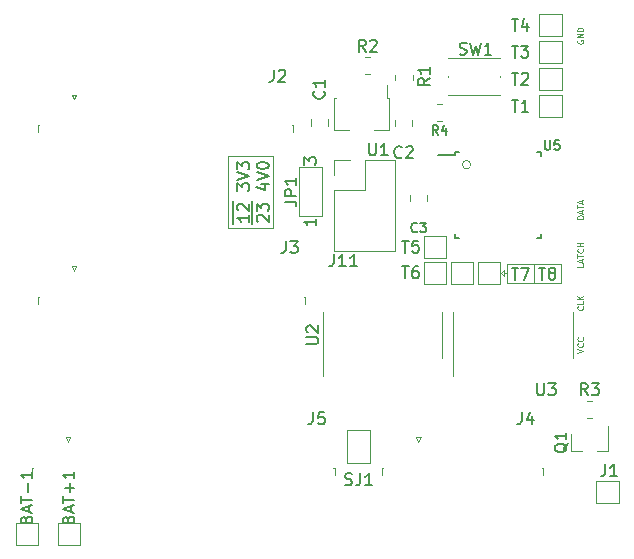
<source format=gbr>
%TF.GenerationSoftware,KiCad,Pcbnew,(5.1.8)-1*%
%TF.CreationDate,2021-04-06T00:10:20+02:00*%
%TF.ProjectId,GBAHD_Shield,47424148-445f-4536-9869-656c642e6b69,rev?*%
%TF.SameCoordinates,Original*%
%TF.FileFunction,Legend,Top*%
%TF.FilePolarity,Positive*%
%FSLAX46Y46*%
G04 Gerber Fmt 4.6, Leading zero omitted, Abs format (unit mm)*
G04 Created by KiCad (PCBNEW (5.1.8)-1) date 2021-04-06 00:10:20*
%MOMM*%
%LPD*%
G01*
G04 APERTURE LIST*
%ADD10C,0.120000*%
%ADD11C,0.150000*%
%ADD12C,0.125000*%
G04 APERTURE END LIST*
D10*
X62357000Y-51562000D02*
X58547000Y-51562000D01*
X62357000Y-45466000D02*
X62357000Y-51562000D01*
X58547000Y-45466000D02*
X62357000Y-45466000D01*
X58547000Y-51562000D02*
X58547000Y-45466000D01*
D11*
X58966000Y-51228285D02*
X58966000Y-50275904D01*
X60333380Y-50466380D02*
X60333380Y-51037809D01*
X60333380Y-50752095D02*
X59333380Y-50752095D01*
X59476238Y-50847333D01*
X59571476Y-50942571D01*
X59619095Y-51037809D01*
X58966000Y-50275904D02*
X58966000Y-49323523D01*
X59428619Y-50085428D02*
X59381000Y-50037809D01*
X59333380Y-49942571D01*
X59333380Y-49704476D01*
X59381000Y-49609238D01*
X59428619Y-49561619D01*
X59523857Y-49514000D01*
X59619095Y-49514000D01*
X59761952Y-49561619D01*
X60333380Y-50133047D01*
X60333380Y-49514000D01*
X59333380Y-48418761D02*
X59333380Y-47799714D01*
X59714333Y-48133047D01*
X59714333Y-47990190D01*
X59761952Y-47894952D01*
X59809571Y-47847333D01*
X59904809Y-47799714D01*
X60142904Y-47799714D01*
X60238142Y-47847333D01*
X60285761Y-47894952D01*
X60333380Y-47990190D01*
X60333380Y-48275904D01*
X60285761Y-48371142D01*
X60238142Y-48418761D01*
X59333380Y-47514000D02*
X60333380Y-47180666D01*
X59333380Y-46847333D01*
X59333380Y-46609238D02*
X59333380Y-45990190D01*
X59714333Y-46323523D01*
X59714333Y-46180666D01*
X59761952Y-46085428D01*
X59809571Y-46037809D01*
X59904809Y-45990190D01*
X60142904Y-45990190D01*
X60238142Y-46037809D01*
X60285761Y-46085428D01*
X60333380Y-46180666D01*
X60333380Y-46466380D01*
X60285761Y-46561619D01*
X60238142Y-46609238D01*
X60616000Y-51228285D02*
X60616000Y-50275904D01*
X61078619Y-51037809D02*
X61031000Y-50990190D01*
X60983380Y-50894952D01*
X60983380Y-50656857D01*
X61031000Y-50561619D01*
X61078619Y-50514000D01*
X61173857Y-50466380D01*
X61269095Y-50466380D01*
X61411952Y-50514000D01*
X61983380Y-51085428D01*
X61983380Y-50466380D01*
X60616000Y-50275904D02*
X60616000Y-49323523D01*
X60983380Y-50133047D02*
X60983380Y-49514000D01*
X61364333Y-49847333D01*
X61364333Y-49704476D01*
X61411952Y-49609238D01*
X61459571Y-49561619D01*
X61554809Y-49514000D01*
X61792904Y-49514000D01*
X61888142Y-49561619D01*
X61935761Y-49609238D01*
X61983380Y-49704476D01*
X61983380Y-49990190D01*
X61935761Y-50085428D01*
X61888142Y-50133047D01*
X61316714Y-47894952D02*
X61983380Y-47894952D01*
X60935761Y-48133047D02*
X61650047Y-48371142D01*
X61650047Y-47752095D01*
X60983380Y-47514000D02*
X61983380Y-47180666D01*
X60983380Y-46847333D01*
X60983380Y-46323523D02*
X60983380Y-46228285D01*
X61031000Y-46133047D01*
X61078619Y-46085428D01*
X61173857Y-46037809D01*
X61364333Y-45990190D01*
X61602428Y-45990190D01*
X61792904Y-46037809D01*
X61888142Y-46085428D01*
X61935761Y-46133047D01*
X61983380Y-46228285D01*
X61983380Y-46323523D01*
X61935761Y-46418761D01*
X61888142Y-46466380D01*
X61792904Y-46514000D01*
X61602428Y-46561619D01*
X61364333Y-46561619D01*
X61173857Y-46514000D01*
X61078619Y-46466380D01*
X61031000Y-46418761D01*
X60983380Y-46323523D01*
D10*
X81915000Y-55626000D02*
X81915000Y-55372000D01*
X81661000Y-55372000D02*
X81915000Y-55626000D01*
X81915000Y-55118000D02*
X81661000Y-55372000D01*
X81915000Y-55372000D02*
X81915000Y-55118000D01*
X82169000Y-55372000D02*
X81915000Y-55372000D01*
X84455000Y-56261000D02*
X84455000Y-54610000D01*
X86741000Y-54610000D02*
X82169000Y-54610000D01*
X86741000Y-56261000D02*
X86741000Y-54610000D01*
X82169000Y-56261000D02*
X86741000Y-56261000D01*
X82169000Y-54610000D02*
X82169000Y-56261000D01*
D12*
X88618190Y-54609904D02*
X88618190Y-54848000D01*
X88118190Y-54848000D01*
X88475333Y-54467047D02*
X88475333Y-54228952D01*
X88618190Y-54514666D02*
X88118190Y-54348000D01*
X88618190Y-54181333D01*
X88118190Y-54086095D02*
X88118190Y-53800380D01*
X88618190Y-53943238D02*
X88118190Y-53943238D01*
X88570571Y-53348000D02*
X88594380Y-53371809D01*
X88618190Y-53443238D01*
X88618190Y-53490857D01*
X88594380Y-53562285D01*
X88546761Y-53609904D01*
X88499142Y-53633714D01*
X88403904Y-53657523D01*
X88332476Y-53657523D01*
X88237238Y-53633714D01*
X88189619Y-53609904D01*
X88142000Y-53562285D01*
X88118190Y-53490857D01*
X88118190Y-53443238D01*
X88142000Y-53371809D01*
X88165809Y-53348000D01*
X88618190Y-53133714D02*
X88118190Y-53133714D01*
X88356285Y-53133714D02*
X88356285Y-52848000D01*
X88618190Y-52848000D02*
X88118190Y-52848000D01*
D10*
X79093553Y-46228000D02*
G75*
G03*
X79093553Y-46228000I-353553J0D01*
G01*
D12*
X88570571Y-58209619D02*
X88594380Y-58233428D01*
X88618190Y-58304857D01*
X88618190Y-58352476D01*
X88594380Y-58423904D01*
X88546761Y-58471523D01*
X88499142Y-58495333D01*
X88403904Y-58519142D01*
X88332476Y-58519142D01*
X88237238Y-58495333D01*
X88189619Y-58471523D01*
X88142000Y-58423904D01*
X88118190Y-58352476D01*
X88118190Y-58304857D01*
X88142000Y-58233428D01*
X88165809Y-58209619D01*
X88618190Y-57757238D02*
X88618190Y-57995333D01*
X88118190Y-57995333D01*
X88618190Y-57590571D02*
X88118190Y-57590571D01*
X88618190Y-57304857D02*
X88332476Y-57519142D01*
X88118190Y-57304857D02*
X88403904Y-57590571D01*
X88118190Y-62134666D02*
X88618190Y-61968000D01*
X88118190Y-61801333D01*
X88570571Y-61348952D02*
X88594380Y-61372761D01*
X88618190Y-61444190D01*
X88618190Y-61491809D01*
X88594380Y-61563238D01*
X88546761Y-61610857D01*
X88499142Y-61634666D01*
X88403904Y-61658476D01*
X88332476Y-61658476D01*
X88237238Y-61634666D01*
X88189619Y-61610857D01*
X88142000Y-61563238D01*
X88118190Y-61491809D01*
X88118190Y-61444190D01*
X88142000Y-61372761D01*
X88165809Y-61348952D01*
X88570571Y-60848952D02*
X88594380Y-60872761D01*
X88618190Y-60944190D01*
X88618190Y-60991809D01*
X88594380Y-61063238D01*
X88546761Y-61110857D01*
X88499142Y-61134666D01*
X88403904Y-61158476D01*
X88332476Y-61158476D01*
X88237238Y-61134666D01*
X88189619Y-61110857D01*
X88142000Y-61063238D01*
X88118190Y-60991809D01*
X88118190Y-60944190D01*
X88142000Y-60872761D01*
X88165809Y-60848952D01*
X88142000Y-35686952D02*
X88118190Y-35734571D01*
X88118190Y-35806000D01*
X88142000Y-35877428D01*
X88189619Y-35925047D01*
X88237238Y-35948857D01*
X88332476Y-35972666D01*
X88403904Y-35972666D01*
X88499142Y-35948857D01*
X88546761Y-35925047D01*
X88594380Y-35877428D01*
X88618190Y-35806000D01*
X88618190Y-35758380D01*
X88594380Y-35686952D01*
X88570571Y-35663142D01*
X88403904Y-35663142D01*
X88403904Y-35758380D01*
X88618190Y-35448857D02*
X88118190Y-35448857D01*
X88618190Y-35163142D01*
X88118190Y-35163142D01*
X88618190Y-34925047D02*
X88118190Y-34925047D01*
X88118190Y-34806000D01*
X88142000Y-34734571D01*
X88189619Y-34686952D01*
X88237238Y-34663142D01*
X88332476Y-34639333D01*
X88403904Y-34639333D01*
X88499142Y-34663142D01*
X88546761Y-34686952D01*
X88594380Y-34734571D01*
X88618190Y-34806000D01*
X88618190Y-34925047D01*
X88618190Y-50788000D02*
X88118190Y-50788000D01*
X88118190Y-50668952D01*
X88142000Y-50597523D01*
X88189619Y-50549904D01*
X88237238Y-50526095D01*
X88332476Y-50502285D01*
X88403904Y-50502285D01*
X88499142Y-50526095D01*
X88546761Y-50549904D01*
X88594380Y-50597523D01*
X88618190Y-50668952D01*
X88618190Y-50788000D01*
X88475333Y-50311809D02*
X88475333Y-50073714D01*
X88618190Y-50359428D02*
X88118190Y-50192761D01*
X88618190Y-50026095D01*
X88118190Y-49930857D02*
X88118190Y-49645142D01*
X88618190Y-49788000D02*
X88118190Y-49788000D01*
X88475333Y-49502285D02*
X88475333Y-49264190D01*
X88618190Y-49549904D02*
X88118190Y-49383238D01*
X88618190Y-49216571D01*
D10*
%TO.C,BAT-1*%
X40579000Y-78420000D02*
X40579000Y-76520000D01*
X42479000Y-78420000D02*
X40579000Y-78420000D01*
X42479000Y-76520000D02*
X42479000Y-78420000D01*
X40579000Y-76520000D02*
X42479000Y-76520000D01*
%TO.C,BAT+1*%
X44135000Y-78420000D02*
X44135000Y-76520000D01*
X46035000Y-78420000D02*
X44135000Y-78420000D01*
X46035000Y-76520000D02*
X46035000Y-78420000D01*
X44135000Y-76520000D02*
X46035000Y-76520000D01*
%TO.C,SW1*%
X81575000Y-38723000D02*
X81575000Y-38823000D01*
X77175000Y-40323000D02*
X81575000Y-40323000D01*
X81575000Y-37223000D02*
X77175000Y-37223000D01*
X77175000Y-38723000D02*
X77175000Y-38823000D01*
%TO.C,R4*%
X76210936Y-42518000D02*
X76665064Y-42518000D01*
X76210936Y-41048000D02*
X76665064Y-41048000D01*
%TO.C,U1*%
X67490000Y-40596000D02*
X67720000Y-40596000D01*
X72210000Y-40596000D02*
X71980000Y-40596000D01*
X72210000Y-40596000D02*
X72210000Y-43316000D01*
X72210000Y-43316000D02*
X70900000Y-43316000D01*
X71980000Y-39456000D02*
X71980000Y-40596000D01*
X67490000Y-43316000D02*
X67490000Y-40596000D01*
X68800000Y-43316000D02*
X67490000Y-43316000D01*
%TO.C,R1*%
X74173000Y-39073064D02*
X74173000Y-38618936D01*
X72703000Y-39073064D02*
X72703000Y-38618936D01*
%TO.C,C1*%
X67029000Y-42911752D02*
X67029000Y-42389248D01*
X65559000Y-42911752D02*
X65559000Y-42389248D01*
%TO.C,JP1*%
X64532000Y-50534000D02*
X64532000Y-46434000D01*
X64532000Y-46434000D02*
X66532000Y-46434000D01*
X66532000Y-46434000D02*
X66532000Y-50534000D01*
X66532000Y-50534000D02*
X64532000Y-50534000D01*
%TO.C,R2*%
X70569064Y-37111000D02*
X70114936Y-37111000D01*
X70569064Y-38581000D02*
X70114936Y-38581000D01*
%TO.C,SJ1*%
X68596000Y-68719000D02*
X70596000Y-68719000D01*
X68596000Y-71519000D02*
X68596000Y-68719000D01*
X70596000Y-71519000D02*
X68596000Y-71519000D01*
X70596000Y-68719000D02*
X70596000Y-71519000D01*
%TO.C,J4*%
X71705000Y-71890000D02*
X71595000Y-71890000D01*
X71595000Y-71890000D02*
X71595000Y-72490000D01*
X85135000Y-71890000D02*
X85245000Y-71890000D01*
X85245000Y-71890000D02*
X85245000Y-72490000D01*
X74470000Y-69300000D02*
X74670000Y-69700000D01*
X74670000Y-69700000D02*
X74870000Y-69300000D01*
X74870000Y-69300000D02*
X74470000Y-69300000D01*
%TO.C,T3*%
X84902000Y-37653000D02*
X84902000Y-35753000D01*
X86802000Y-37653000D02*
X84902000Y-37653000D01*
X86802000Y-35753000D02*
X86802000Y-37653000D01*
X84902000Y-35753000D02*
X86802000Y-35753000D01*
%TO.C,T1*%
X84902000Y-42225000D02*
X84902000Y-40325000D01*
X86802000Y-42225000D02*
X84902000Y-42225000D01*
X86802000Y-40325000D02*
X86802000Y-42225000D01*
X84902000Y-40325000D02*
X86802000Y-40325000D01*
%TO.C,T2*%
X84902000Y-39939000D02*
X84902000Y-38039000D01*
X86802000Y-39939000D02*
X84902000Y-39939000D01*
X86802000Y-38039000D02*
X86802000Y-39939000D01*
X84902000Y-38039000D02*
X86802000Y-38039000D01*
%TO.C,T4*%
X84902000Y-35367000D02*
X84902000Y-33467000D01*
X86802000Y-35367000D02*
X84902000Y-35367000D01*
X86802000Y-33467000D02*
X86802000Y-35367000D01*
X84902000Y-33467000D02*
X86802000Y-33467000D01*
%TO.C,T8*%
X79695000Y-56322000D02*
X79695000Y-54422000D01*
X81595000Y-56322000D02*
X79695000Y-56322000D01*
X81595000Y-54422000D02*
X81595000Y-56322000D01*
X79695000Y-54422000D02*
X81595000Y-54422000D01*
%TO.C,T7*%
X77409000Y-56322000D02*
X77409000Y-54422000D01*
X79309000Y-56322000D02*
X77409000Y-56322000D01*
X79309000Y-54422000D02*
X79309000Y-56322000D01*
X77409000Y-54422000D02*
X79309000Y-54422000D01*
%TO.C,T6*%
X75123000Y-56322000D02*
X75123000Y-54422000D01*
X77023000Y-56322000D02*
X75123000Y-56322000D01*
X77023000Y-54422000D02*
X77023000Y-56322000D01*
X75123000Y-54422000D02*
X77023000Y-54422000D01*
%TO.C,T5*%
X75123000Y-54163000D02*
X75123000Y-52263000D01*
X77023000Y-54163000D02*
X75123000Y-54163000D01*
X77023000Y-52263000D02*
X77023000Y-54163000D01*
X75123000Y-52263000D02*
X77023000Y-52263000D01*
D11*
%TO.C,U5*%
X77775000Y-45400000D02*
X76350000Y-45400000D01*
X85025000Y-45175000D02*
X84700000Y-45175000D01*
X85025000Y-52425000D02*
X84700000Y-52425000D01*
X77775000Y-52425000D02*
X78100000Y-52425000D01*
X77775000Y-45175000D02*
X78100000Y-45175000D01*
X77775000Y-52425000D02*
X77775000Y-52100000D01*
X85025000Y-52425000D02*
X85025000Y-52100000D01*
X85025000Y-45175000D02*
X85025000Y-45500000D01*
X77775000Y-45175000D02*
X77775000Y-45400000D01*
D10*
%TO.C,J5*%
X42035000Y-71890000D02*
X41925000Y-71890000D01*
X41925000Y-71890000D02*
X41925000Y-72490000D01*
X67465000Y-71890000D02*
X67575000Y-71890000D01*
X67575000Y-71890000D02*
X67575000Y-72490000D01*
X44800000Y-69300000D02*
X45000000Y-69700000D01*
X45000000Y-69700000D02*
X45200000Y-69300000D01*
X45200000Y-69300000D02*
X44800000Y-69300000D01*
%TO.C,C3*%
X75411000Y-49304752D02*
X75411000Y-48782248D01*
X73941000Y-49304752D02*
X73941000Y-48782248D01*
%TO.C,Q1*%
X87574000Y-70483000D02*
X88504000Y-70483000D01*
X90734000Y-70483000D02*
X89804000Y-70483000D01*
X90734000Y-70483000D02*
X90734000Y-68323000D01*
X87574000Y-70483000D02*
X87574000Y-69023000D01*
%TO.C,R3*%
X89397064Y-67664000D02*
X88942936Y-67664000D01*
X89397064Y-66194000D02*
X88942936Y-66194000D01*
%TO.C,J3*%
X45700000Y-54800000D02*
X45300000Y-54800000D01*
X45500000Y-55200000D02*
X45700000Y-54800000D01*
X45300000Y-54800000D02*
X45500000Y-55200000D01*
X65075000Y-57390000D02*
X65075000Y-57990000D01*
X64965000Y-57390000D02*
X65075000Y-57390000D01*
X42425000Y-57390000D02*
X42425000Y-57990000D01*
X42535000Y-57390000D02*
X42425000Y-57390000D01*
%TO.C,J1*%
X91628000Y-72964000D02*
X91628000Y-74864000D01*
X89728000Y-72964000D02*
X91628000Y-72964000D01*
X89728000Y-74864000D02*
X89728000Y-72964000D01*
X91628000Y-74864000D02*
X89728000Y-74864000D01*
%TO.C,J11*%
X67504000Y-45787000D02*
X68834000Y-45787000D01*
X67504000Y-47117000D02*
X67504000Y-45787000D01*
X70104000Y-45787000D02*
X72704000Y-45787000D01*
X70104000Y-48387000D02*
X70104000Y-45787000D01*
X67504000Y-48387000D02*
X70104000Y-48387000D01*
X72704000Y-45787000D02*
X72704000Y-53527000D01*
X67504000Y-48387000D02*
X67504000Y-53527000D01*
X67504000Y-53527000D02*
X72704000Y-53527000D01*
%TO.C,C2*%
X74141000Y-42954752D02*
X74141000Y-42432248D01*
X72671000Y-42954752D02*
X72671000Y-42432248D01*
%TO.C,J2*%
X42535000Y-42890000D02*
X42425000Y-42890000D01*
X42425000Y-42890000D02*
X42425000Y-43490000D01*
X63965000Y-42890000D02*
X64075000Y-42890000D01*
X64075000Y-42890000D02*
X64075000Y-43490000D01*
X45300000Y-40300000D02*
X45500000Y-40700000D01*
X45500000Y-40700000D02*
X45700000Y-40300000D01*
X45700000Y-40300000D02*
X45300000Y-40300000D01*
%TO.C,U2*%
X76688000Y-60641000D02*
X76688000Y-58691000D01*
X76688000Y-60641000D02*
X76688000Y-62591000D01*
X66568000Y-60641000D02*
X66568000Y-58691000D01*
X66568000Y-60641000D02*
X66568000Y-64091000D01*
%TO.C,U3*%
X87737000Y-60641000D02*
X87737000Y-58691000D01*
X87737000Y-60641000D02*
X87737000Y-62591000D01*
X77617000Y-60641000D02*
X77617000Y-58691000D01*
X77617000Y-60641000D02*
X77617000Y-64091000D01*
%TO.C,BAT-1*%
D11*
X41457571Y-76255333D02*
X41505190Y-76112476D01*
X41552809Y-76064857D01*
X41648047Y-76017238D01*
X41790904Y-76017238D01*
X41886142Y-76064857D01*
X41933761Y-76112476D01*
X41981380Y-76207714D01*
X41981380Y-76588666D01*
X40981380Y-76588666D01*
X40981380Y-76255333D01*
X41029000Y-76160095D01*
X41076619Y-76112476D01*
X41171857Y-76064857D01*
X41267095Y-76064857D01*
X41362333Y-76112476D01*
X41409952Y-76160095D01*
X41457571Y-76255333D01*
X41457571Y-76588666D01*
X41695666Y-75636285D02*
X41695666Y-75160095D01*
X41981380Y-75731523D02*
X40981380Y-75398190D01*
X41981380Y-75064857D01*
X40981380Y-74874380D02*
X40981380Y-74302952D01*
X41981380Y-74588666D02*
X40981380Y-74588666D01*
X41600428Y-73969619D02*
X41600428Y-73207714D01*
X41981380Y-72207714D02*
X41981380Y-72779142D01*
X41981380Y-72493428D02*
X40981380Y-72493428D01*
X41124238Y-72588666D01*
X41219476Y-72683904D01*
X41267095Y-72779142D01*
%TO.C,BAT+1*%
X45013571Y-76255333D02*
X45061190Y-76112476D01*
X45108809Y-76064857D01*
X45204047Y-76017238D01*
X45346904Y-76017238D01*
X45442142Y-76064857D01*
X45489761Y-76112476D01*
X45537380Y-76207714D01*
X45537380Y-76588666D01*
X44537380Y-76588666D01*
X44537380Y-76255333D01*
X44585000Y-76160095D01*
X44632619Y-76112476D01*
X44727857Y-76064857D01*
X44823095Y-76064857D01*
X44918333Y-76112476D01*
X44965952Y-76160095D01*
X45013571Y-76255333D01*
X45013571Y-76588666D01*
X45251666Y-75636285D02*
X45251666Y-75160095D01*
X45537380Y-75731523D02*
X44537380Y-75398190D01*
X45537380Y-75064857D01*
X44537380Y-74874380D02*
X44537380Y-74302952D01*
X45537380Y-74588666D02*
X44537380Y-74588666D01*
X45156428Y-73969619D02*
X45156428Y-73207714D01*
X45537380Y-73588666D02*
X44775476Y-73588666D01*
X45537380Y-72207714D02*
X45537380Y-72779142D01*
X45537380Y-72493428D02*
X44537380Y-72493428D01*
X44680238Y-72588666D01*
X44775476Y-72683904D01*
X44823095Y-72779142D01*
%TO.C,SW1*%
X78168666Y-36853761D02*
X78311523Y-36901380D01*
X78549619Y-36901380D01*
X78644857Y-36853761D01*
X78692476Y-36806142D01*
X78740095Y-36710904D01*
X78740095Y-36615666D01*
X78692476Y-36520428D01*
X78644857Y-36472809D01*
X78549619Y-36425190D01*
X78359142Y-36377571D01*
X78263904Y-36329952D01*
X78216285Y-36282333D01*
X78168666Y-36187095D01*
X78168666Y-36091857D01*
X78216285Y-35996619D01*
X78263904Y-35949000D01*
X78359142Y-35901380D01*
X78597238Y-35901380D01*
X78740095Y-35949000D01*
X79073428Y-35901380D02*
X79311523Y-36901380D01*
X79502000Y-36187095D01*
X79692476Y-36901380D01*
X79930571Y-35901380D01*
X80835333Y-36901380D02*
X80263904Y-36901380D01*
X80549619Y-36901380D02*
X80549619Y-35901380D01*
X80454380Y-36044238D01*
X80359142Y-36139476D01*
X80263904Y-36187095D01*
%TO.C,R4*%
X76320666Y-43668904D02*
X76054000Y-43287952D01*
X75863523Y-43668904D02*
X75863523Y-42868904D01*
X76168285Y-42868904D01*
X76244476Y-42907000D01*
X76282571Y-42945095D01*
X76320666Y-43021285D01*
X76320666Y-43135571D01*
X76282571Y-43211761D01*
X76244476Y-43249857D01*
X76168285Y-43287952D01*
X75863523Y-43287952D01*
X77006380Y-43135571D02*
X77006380Y-43668904D01*
X76815904Y-42830809D02*
X76625428Y-43402238D01*
X77120666Y-43402238D01*
%TO.C,U1*%
X70485095Y-44410380D02*
X70485095Y-45219904D01*
X70532714Y-45315142D01*
X70580333Y-45362761D01*
X70675571Y-45410380D01*
X70866047Y-45410380D01*
X70961285Y-45362761D01*
X71008904Y-45315142D01*
X71056523Y-45219904D01*
X71056523Y-44410380D01*
X72056523Y-45410380D02*
X71485095Y-45410380D01*
X71770809Y-45410380D02*
X71770809Y-44410380D01*
X71675571Y-44553238D01*
X71580333Y-44648476D01*
X71485095Y-44696095D01*
%TO.C,R1*%
X75636380Y-38901666D02*
X75160190Y-39235000D01*
X75636380Y-39473095D02*
X74636380Y-39473095D01*
X74636380Y-39092142D01*
X74684000Y-38996904D01*
X74731619Y-38949285D01*
X74826857Y-38901666D01*
X74969714Y-38901666D01*
X75064952Y-38949285D01*
X75112571Y-38996904D01*
X75160190Y-39092142D01*
X75160190Y-39473095D01*
X75636380Y-37949285D02*
X75636380Y-38520714D01*
X75636380Y-38235000D02*
X74636380Y-38235000D01*
X74779238Y-38330238D01*
X74874476Y-38425476D01*
X74922095Y-38520714D01*
%TO.C,C1*%
X66651142Y-40001666D02*
X66698761Y-40049285D01*
X66746380Y-40192142D01*
X66746380Y-40287380D01*
X66698761Y-40430238D01*
X66603523Y-40525476D01*
X66508285Y-40573095D01*
X66317809Y-40620714D01*
X66174952Y-40620714D01*
X65984476Y-40573095D01*
X65889238Y-40525476D01*
X65794000Y-40430238D01*
X65746380Y-40287380D01*
X65746380Y-40192142D01*
X65794000Y-40049285D01*
X65841619Y-40001666D01*
X66746380Y-39049285D02*
X66746380Y-39620714D01*
X66746380Y-39335000D02*
X65746380Y-39335000D01*
X65889238Y-39430238D01*
X65984476Y-39525476D01*
X66032095Y-39620714D01*
%TO.C,JP1*%
X63333380Y-49347333D02*
X64047666Y-49347333D01*
X64190523Y-49394952D01*
X64285761Y-49490190D01*
X64333380Y-49633047D01*
X64333380Y-49728285D01*
X64333380Y-48871142D02*
X63333380Y-48871142D01*
X63333380Y-48490190D01*
X63381000Y-48394952D01*
X63428619Y-48347333D01*
X63523857Y-48299714D01*
X63666714Y-48299714D01*
X63761952Y-48347333D01*
X63809571Y-48394952D01*
X63857190Y-48490190D01*
X63857190Y-48871142D01*
X64333380Y-47347333D02*
X64333380Y-47918761D01*
X64333380Y-47633047D02*
X63333380Y-47633047D01*
X63476238Y-47728285D01*
X63571476Y-47823523D01*
X63619095Y-47918761D01*
X65984380Y-50798285D02*
X65984380Y-51369714D01*
X65984380Y-51084000D02*
X64984380Y-51084000D01*
X65127238Y-51179238D01*
X65222476Y-51274476D01*
X65270095Y-51369714D01*
X64984380Y-46217333D02*
X64984380Y-45598285D01*
X65365333Y-45931619D01*
X65365333Y-45788761D01*
X65412952Y-45693523D01*
X65460571Y-45645904D01*
X65555809Y-45598285D01*
X65793904Y-45598285D01*
X65889142Y-45645904D01*
X65936761Y-45693523D01*
X65984380Y-45788761D01*
X65984380Y-46074476D01*
X65936761Y-46169714D01*
X65889142Y-46217333D01*
%TO.C,R2*%
X70191333Y-36647380D02*
X69858000Y-36171190D01*
X69619904Y-36647380D02*
X69619904Y-35647380D01*
X70000857Y-35647380D01*
X70096095Y-35695000D01*
X70143714Y-35742619D01*
X70191333Y-35837857D01*
X70191333Y-35980714D01*
X70143714Y-36075952D01*
X70096095Y-36123571D01*
X70000857Y-36171190D01*
X69619904Y-36171190D01*
X70572285Y-35742619D02*
X70619904Y-35695000D01*
X70715142Y-35647380D01*
X70953238Y-35647380D01*
X71048476Y-35695000D01*
X71096095Y-35742619D01*
X71143714Y-35837857D01*
X71143714Y-35933095D01*
X71096095Y-36075952D01*
X70524666Y-36647380D01*
X71143714Y-36647380D01*
%TO.C,SJ1*%
X68453142Y-73302761D02*
X68596000Y-73350380D01*
X68834095Y-73350380D01*
X68929333Y-73302761D01*
X68976952Y-73255142D01*
X69024571Y-73159904D01*
X69024571Y-73064666D01*
X68976952Y-72969428D01*
X68929333Y-72921809D01*
X68834095Y-72874190D01*
X68643619Y-72826571D01*
X68548380Y-72778952D01*
X68500761Y-72731333D01*
X68453142Y-72636095D01*
X68453142Y-72540857D01*
X68500761Y-72445619D01*
X68548380Y-72398000D01*
X68643619Y-72350380D01*
X68881714Y-72350380D01*
X69024571Y-72398000D01*
X69738857Y-72350380D02*
X69738857Y-73064666D01*
X69691238Y-73207523D01*
X69596000Y-73302761D01*
X69453142Y-73350380D01*
X69357904Y-73350380D01*
X70738857Y-73350380D02*
X70167428Y-73350380D01*
X70453142Y-73350380D02*
X70453142Y-72350380D01*
X70357904Y-72493238D01*
X70262666Y-72588476D01*
X70167428Y-72636095D01*
%TO.C,J4*%
X83406666Y-67190380D02*
X83406666Y-67904666D01*
X83359047Y-68047523D01*
X83263809Y-68142761D01*
X83120952Y-68190380D01*
X83025714Y-68190380D01*
X84311428Y-67523714D02*
X84311428Y-68190380D01*
X84073333Y-67142761D02*
X83835238Y-67857047D01*
X84454285Y-67857047D01*
%TO.C,T3*%
X82550095Y-36155380D02*
X83121523Y-36155380D01*
X82835809Y-37155380D02*
X82835809Y-36155380D01*
X83359619Y-36155380D02*
X83978666Y-36155380D01*
X83645333Y-36536333D01*
X83788190Y-36536333D01*
X83883428Y-36583952D01*
X83931047Y-36631571D01*
X83978666Y-36726809D01*
X83978666Y-36964904D01*
X83931047Y-37060142D01*
X83883428Y-37107761D01*
X83788190Y-37155380D01*
X83502476Y-37155380D01*
X83407238Y-37107761D01*
X83359619Y-37060142D01*
%TO.C,T1*%
X82550095Y-40727380D02*
X83121523Y-40727380D01*
X82835809Y-41727380D02*
X82835809Y-40727380D01*
X83978666Y-41727380D02*
X83407238Y-41727380D01*
X83692952Y-41727380D02*
X83692952Y-40727380D01*
X83597714Y-40870238D01*
X83502476Y-40965476D01*
X83407238Y-41013095D01*
%TO.C,T2*%
X82550095Y-38441380D02*
X83121523Y-38441380D01*
X82835809Y-39441380D02*
X82835809Y-38441380D01*
X83407238Y-38536619D02*
X83454857Y-38489000D01*
X83550095Y-38441380D01*
X83788190Y-38441380D01*
X83883428Y-38489000D01*
X83931047Y-38536619D01*
X83978666Y-38631857D01*
X83978666Y-38727095D01*
X83931047Y-38869952D01*
X83359619Y-39441380D01*
X83978666Y-39441380D01*
%TO.C,T4*%
X82550095Y-33869380D02*
X83121523Y-33869380D01*
X82835809Y-34869380D02*
X82835809Y-33869380D01*
X83883428Y-34202714D02*
X83883428Y-34869380D01*
X83645333Y-33821761D02*
X83407238Y-34536047D01*
X84026285Y-34536047D01*
%TO.C,T8*%
X84836095Y-54951380D02*
X85407523Y-54951380D01*
X85121809Y-55951380D02*
X85121809Y-54951380D01*
X85883714Y-55379952D02*
X85788476Y-55332333D01*
X85740857Y-55284714D01*
X85693238Y-55189476D01*
X85693238Y-55141857D01*
X85740857Y-55046619D01*
X85788476Y-54999000D01*
X85883714Y-54951380D01*
X86074190Y-54951380D01*
X86169428Y-54999000D01*
X86217047Y-55046619D01*
X86264666Y-55141857D01*
X86264666Y-55189476D01*
X86217047Y-55284714D01*
X86169428Y-55332333D01*
X86074190Y-55379952D01*
X85883714Y-55379952D01*
X85788476Y-55427571D01*
X85740857Y-55475190D01*
X85693238Y-55570428D01*
X85693238Y-55760904D01*
X85740857Y-55856142D01*
X85788476Y-55903761D01*
X85883714Y-55951380D01*
X86074190Y-55951380D01*
X86169428Y-55903761D01*
X86217047Y-55856142D01*
X86264666Y-55760904D01*
X86264666Y-55570428D01*
X86217047Y-55475190D01*
X86169428Y-55427571D01*
X86074190Y-55379952D01*
%TO.C,T7*%
X82550095Y-54951380D02*
X83121523Y-54951380D01*
X82835809Y-55951380D02*
X82835809Y-54951380D01*
X83359619Y-54951380D02*
X84026285Y-54951380D01*
X83597714Y-55951380D01*
%TO.C,T6*%
X73279095Y-54824380D02*
X73850523Y-54824380D01*
X73564809Y-55824380D02*
X73564809Y-54824380D01*
X74612428Y-54824380D02*
X74421952Y-54824380D01*
X74326714Y-54872000D01*
X74279095Y-54919619D01*
X74183857Y-55062476D01*
X74136238Y-55252952D01*
X74136238Y-55633904D01*
X74183857Y-55729142D01*
X74231476Y-55776761D01*
X74326714Y-55824380D01*
X74517190Y-55824380D01*
X74612428Y-55776761D01*
X74660047Y-55729142D01*
X74707666Y-55633904D01*
X74707666Y-55395809D01*
X74660047Y-55300571D01*
X74612428Y-55252952D01*
X74517190Y-55205333D01*
X74326714Y-55205333D01*
X74231476Y-55252952D01*
X74183857Y-55300571D01*
X74136238Y-55395809D01*
%TO.C,T5*%
X73279095Y-52665380D02*
X73850523Y-52665380D01*
X73564809Y-53665380D02*
X73564809Y-52665380D01*
X74660047Y-52665380D02*
X74183857Y-52665380D01*
X74136238Y-53141571D01*
X74183857Y-53093952D01*
X74279095Y-53046333D01*
X74517190Y-53046333D01*
X74612428Y-53093952D01*
X74660047Y-53141571D01*
X74707666Y-53236809D01*
X74707666Y-53474904D01*
X74660047Y-53570142D01*
X74612428Y-53617761D01*
X74517190Y-53665380D01*
X74279095Y-53665380D01*
X74183857Y-53617761D01*
X74136238Y-53570142D01*
%TO.C,U5*%
X85369476Y-44138904D02*
X85369476Y-44786523D01*
X85407571Y-44862714D01*
X85445666Y-44900809D01*
X85521857Y-44938904D01*
X85674238Y-44938904D01*
X85750428Y-44900809D01*
X85788523Y-44862714D01*
X85826619Y-44786523D01*
X85826619Y-44138904D01*
X86588523Y-44138904D02*
X86207571Y-44138904D01*
X86169476Y-44519857D01*
X86207571Y-44481761D01*
X86283761Y-44443666D01*
X86474238Y-44443666D01*
X86550428Y-44481761D01*
X86588523Y-44519857D01*
X86626619Y-44596047D01*
X86626619Y-44786523D01*
X86588523Y-44862714D01*
X86550428Y-44900809D01*
X86474238Y-44938904D01*
X86283761Y-44938904D01*
X86207571Y-44900809D01*
X86169476Y-44862714D01*
%TO.C,J5*%
X65732666Y-67190380D02*
X65732666Y-67904666D01*
X65685047Y-68047523D01*
X65589809Y-68142761D01*
X65446952Y-68190380D01*
X65351714Y-68190380D01*
X66685047Y-67190380D02*
X66208857Y-67190380D01*
X66161238Y-67666571D01*
X66208857Y-67618952D01*
X66304095Y-67571333D01*
X66542190Y-67571333D01*
X66637428Y-67618952D01*
X66685047Y-67666571D01*
X66732666Y-67761809D01*
X66732666Y-67999904D01*
X66685047Y-68095142D01*
X66637428Y-68142761D01*
X66542190Y-68190380D01*
X66304095Y-68190380D01*
X66208857Y-68142761D01*
X66161238Y-68095142D01*
%TO.C,C3*%
X74542666Y-51847714D02*
X74504571Y-51885809D01*
X74390285Y-51923904D01*
X74314095Y-51923904D01*
X74199809Y-51885809D01*
X74123619Y-51809619D01*
X74085523Y-51733428D01*
X74047428Y-51581047D01*
X74047428Y-51466761D01*
X74085523Y-51314380D01*
X74123619Y-51238190D01*
X74199809Y-51162000D01*
X74314095Y-51123904D01*
X74390285Y-51123904D01*
X74504571Y-51162000D01*
X74542666Y-51200095D01*
X74809333Y-51123904D02*
X75304571Y-51123904D01*
X75037904Y-51428666D01*
X75152190Y-51428666D01*
X75228380Y-51466761D01*
X75266476Y-51504857D01*
X75304571Y-51581047D01*
X75304571Y-51771523D01*
X75266476Y-51847714D01*
X75228380Y-51885809D01*
X75152190Y-51923904D01*
X74923619Y-51923904D01*
X74847428Y-51885809D01*
X74809333Y-51847714D01*
%TO.C,Q1*%
X87288619Y-69818238D02*
X87241000Y-69913476D01*
X87145761Y-70008714D01*
X87002904Y-70151571D01*
X86955285Y-70246809D01*
X86955285Y-70342047D01*
X87193380Y-70294428D02*
X87145761Y-70389666D01*
X87050523Y-70484904D01*
X86860047Y-70532523D01*
X86526714Y-70532523D01*
X86336238Y-70484904D01*
X86241000Y-70389666D01*
X86193380Y-70294428D01*
X86193380Y-70103952D01*
X86241000Y-70008714D01*
X86336238Y-69913476D01*
X86526714Y-69865857D01*
X86860047Y-69865857D01*
X87050523Y-69913476D01*
X87145761Y-70008714D01*
X87193380Y-70103952D01*
X87193380Y-70294428D01*
X87193380Y-68913476D02*
X87193380Y-69484904D01*
X87193380Y-69199190D02*
X86193380Y-69199190D01*
X86336238Y-69294428D01*
X86431476Y-69389666D01*
X86479095Y-69484904D01*
%TO.C,R3*%
X88987333Y-65730380D02*
X88654000Y-65254190D01*
X88415904Y-65730380D02*
X88415904Y-64730380D01*
X88796857Y-64730380D01*
X88892095Y-64778000D01*
X88939714Y-64825619D01*
X88987333Y-64920857D01*
X88987333Y-65063714D01*
X88939714Y-65158952D01*
X88892095Y-65206571D01*
X88796857Y-65254190D01*
X88415904Y-65254190D01*
X89320666Y-64730380D02*
X89939714Y-64730380D01*
X89606380Y-65111333D01*
X89749238Y-65111333D01*
X89844476Y-65158952D01*
X89892095Y-65206571D01*
X89939714Y-65301809D01*
X89939714Y-65539904D01*
X89892095Y-65635142D01*
X89844476Y-65682761D01*
X89749238Y-65730380D01*
X89463523Y-65730380D01*
X89368285Y-65682761D01*
X89320666Y-65635142D01*
%TO.C,J3*%
X63446666Y-52690380D02*
X63446666Y-53404666D01*
X63399047Y-53547523D01*
X63303809Y-53642761D01*
X63160952Y-53690380D01*
X63065714Y-53690380D01*
X63827619Y-52690380D02*
X64446666Y-52690380D01*
X64113333Y-53071333D01*
X64256190Y-53071333D01*
X64351428Y-53118952D01*
X64399047Y-53166571D01*
X64446666Y-53261809D01*
X64446666Y-53499904D01*
X64399047Y-53595142D01*
X64351428Y-53642761D01*
X64256190Y-53690380D01*
X63970476Y-53690380D01*
X63875238Y-53642761D01*
X63827619Y-53595142D01*
%TO.C,J1*%
X90471666Y-71588380D02*
X90471666Y-72302666D01*
X90424047Y-72445523D01*
X90328809Y-72540761D01*
X90185952Y-72588380D01*
X90090714Y-72588380D01*
X91471666Y-72588380D02*
X90900238Y-72588380D01*
X91185952Y-72588380D02*
X91185952Y-71588380D01*
X91090714Y-71731238D01*
X90995476Y-71826476D01*
X90900238Y-71874095D01*
%TO.C,J11*%
X67516476Y-53808380D02*
X67516476Y-54522666D01*
X67468857Y-54665523D01*
X67373619Y-54760761D01*
X67230761Y-54808380D01*
X67135523Y-54808380D01*
X68516476Y-54808380D02*
X67945047Y-54808380D01*
X68230761Y-54808380D02*
X68230761Y-53808380D01*
X68135523Y-53951238D01*
X68040285Y-54046476D01*
X67945047Y-54094095D01*
X69468857Y-54808380D02*
X68897428Y-54808380D01*
X69183142Y-54808380D02*
X69183142Y-53808380D01*
X69087904Y-53951238D01*
X68992666Y-54046476D01*
X68897428Y-54094095D01*
%TO.C,C2*%
X73239333Y-45569142D02*
X73191714Y-45616761D01*
X73048857Y-45664380D01*
X72953619Y-45664380D01*
X72810761Y-45616761D01*
X72715523Y-45521523D01*
X72667904Y-45426285D01*
X72620285Y-45235809D01*
X72620285Y-45092952D01*
X72667904Y-44902476D01*
X72715523Y-44807238D01*
X72810761Y-44712000D01*
X72953619Y-44664380D01*
X73048857Y-44664380D01*
X73191714Y-44712000D01*
X73239333Y-44759619D01*
X73620285Y-44759619D02*
X73667904Y-44712000D01*
X73763142Y-44664380D01*
X74001238Y-44664380D01*
X74096476Y-44712000D01*
X74144095Y-44759619D01*
X74191714Y-44854857D01*
X74191714Y-44950095D01*
X74144095Y-45092952D01*
X73572666Y-45664380D01*
X74191714Y-45664380D01*
%TO.C,J2*%
X62404666Y-38187380D02*
X62404666Y-38901666D01*
X62357047Y-39044523D01*
X62261809Y-39139761D01*
X62118952Y-39187380D01*
X62023714Y-39187380D01*
X62833238Y-38282619D02*
X62880857Y-38235000D01*
X62976095Y-38187380D01*
X63214190Y-38187380D01*
X63309428Y-38235000D01*
X63357047Y-38282619D01*
X63404666Y-38377857D01*
X63404666Y-38473095D01*
X63357047Y-38615952D01*
X62785619Y-39187380D01*
X63404666Y-39187380D01*
%TO.C,U2*%
X65180380Y-61402904D02*
X65989904Y-61402904D01*
X66085142Y-61355285D01*
X66132761Y-61307666D01*
X66180380Y-61212428D01*
X66180380Y-61021952D01*
X66132761Y-60926714D01*
X66085142Y-60879095D01*
X65989904Y-60831476D01*
X65180380Y-60831476D01*
X65275619Y-60402904D02*
X65228000Y-60355285D01*
X65180380Y-60260047D01*
X65180380Y-60021952D01*
X65228000Y-59926714D01*
X65275619Y-59879095D01*
X65370857Y-59831476D01*
X65466095Y-59831476D01*
X65608952Y-59879095D01*
X66180380Y-60450523D01*
X66180380Y-59831476D01*
%TO.C,U3*%
X84709095Y-64730380D02*
X84709095Y-65539904D01*
X84756714Y-65635142D01*
X84804333Y-65682761D01*
X84899571Y-65730380D01*
X85090047Y-65730380D01*
X85185285Y-65682761D01*
X85232904Y-65635142D01*
X85280523Y-65539904D01*
X85280523Y-64730380D01*
X85661476Y-64730380D02*
X86280523Y-64730380D01*
X85947190Y-65111333D01*
X86090047Y-65111333D01*
X86185285Y-65158952D01*
X86232904Y-65206571D01*
X86280523Y-65301809D01*
X86280523Y-65539904D01*
X86232904Y-65635142D01*
X86185285Y-65682761D01*
X86090047Y-65730380D01*
X85804333Y-65730380D01*
X85709095Y-65682761D01*
X85661476Y-65635142D01*
%TD*%
M02*

</source>
